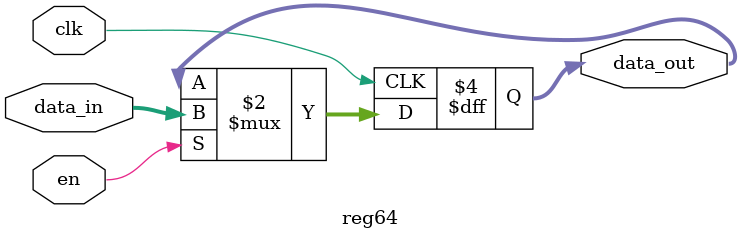
<source format=v>
`timescale 1ns / 1ps
module reg64(input wire [64-1:0] data_in,
input wire clk,
input wire en,
output reg [64-1:0] data_out);


always@(posedge clk)begin 

if(en)begin
  data_out <= data_in;
end

end

endmodule
</source>
